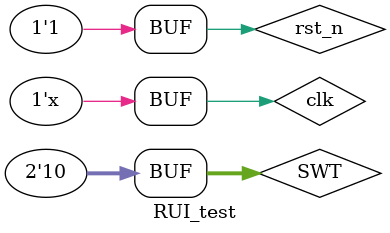
<source format=v>
`timescale 1ns / 1ps


module RUI_test;

    reg rst_n,clk;
    wire [3:0] FR;
    wire [3:0] ST;
    reg [1:0] SWT;
    

    RUITEST test(
        .rst_n(rst_n),
        .SWT(SWT),
        .clk(clk),
        .FR(FR),
        .ST(ST)
    );

    initial
    begin
        SWT=2'b10;
        rst_n=1;
        #10;
        rst_n=0;
        #10;
        rst_n=1;
        clk=0;
    end
    always #10 clk=~clk;
endmodule

</source>
